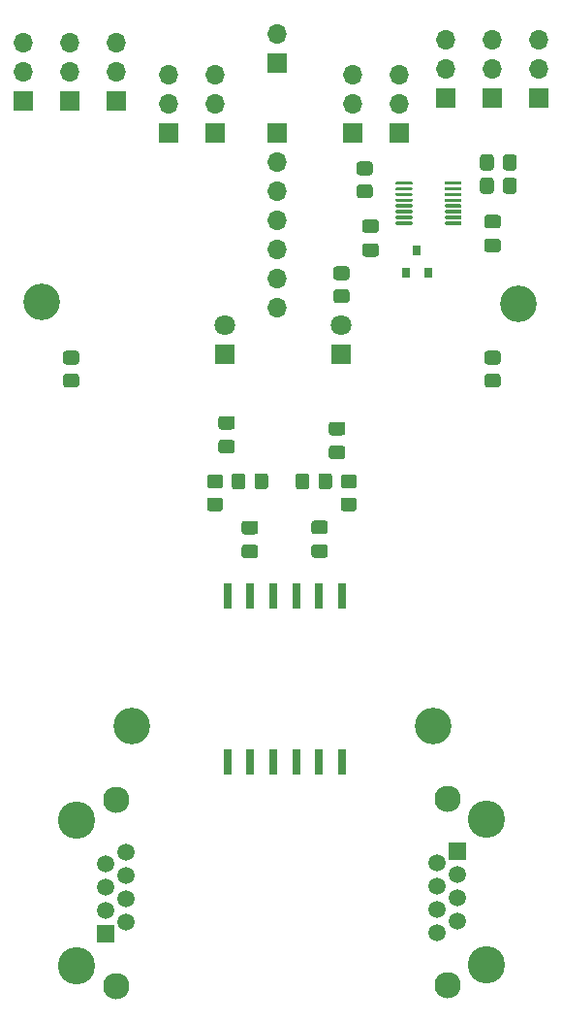
<source format=gbr>
%TF.GenerationSoftware,KiCad,Pcbnew,5.1.7-a382d34a8~87~ubuntu20.04.1*%
%TF.CreationDate,2020-11-04T11:30:01+01:00*%
%TF.ProjectId,isoSPI_Interface,69736f53-5049-45f4-996e-746572666163,rev?*%
%TF.SameCoordinates,Original*%
%TF.FileFunction,Soldermask,Top*%
%TF.FilePolarity,Negative*%
%FSLAX46Y46*%
G04 Gerber Fmt 4.6, Leading zero omitted, Abs format (unit mm)*
G04 Created by KiCad (PCBNEW 5.1.7-a382d34a8~87~ubuntu20.04.1) date 2020-11-04 11:30:01*
%MOMM*%
%LPD*%
G01*
G04 APERTURE LIST*
%ADD10C,2.300000*%
%ADD11C,3.250000*%
%ADD12C,1.500000*%
%ADD13R,1.500000X1.500000*%
%ADD14C,3.200000*%
%ADD15R,0.800000X2.200000*%
%ADD16O,1.700000X1.700000*%
%ADD17R,1.700000X1.700000*%
%ADD18C,1.800000*%
%ADD19R,1.800000X1.800000*%
%ADD20R,0.800000X0.900000*%
G04 APERTURE END LIST*
D10*
%TO.C,J102*%
X131952000Y-152402000D03*
X131952000Y-168662000D03*
D11*
X135382000Y-166882000D03*
X135382000Y-154182000D03*
D12*
X131062000Y-164084000D03*
X131062000Y-162052000D03*
X131062000Y-160020000D03*
X131062000Y-157988000D03*
X132842000Y-163068000D03*
X132842000Y-161036000D03*
X132842000Y-159004000D03*
D13*
X132842000Y-156972000D03*
%TD*%
D10*
%TO.C,J104*%
X102998000Y-168781000D03*
X102998000Y-152521000D03*
D11*
X99568000Y-154301000D03*
X99568000Y-167001000D03*
D12*
X103888000Y-157099000D03*
X103888000Y-159131000D03*
X103888000Y-161163000D03*
X103888000Y-163195000D03*
X102108000Y-158115000D03*
X102108000Y-160147000D03*
X102108000Y-162179000D03*
D13*
X102108000Y-164211000D03*
%TD*%
D14*
%TO.C,H104*%
X130683000Y-146050000D03*
%TD*%
%TO.C,H103*%
X138176000Y-109220000D03*
%TD*%
%TO.C,H102*%
X104394000Y-146050000D03*
%TD*%
%TO.C,H101*%
X96520000Y-109093000D03*
%TD*%
D15*
%TO.C,T301*%
X122729000Y-149211000D03*
X120729000Y-149211000D03*
X118729000Y-149211000D03*
X116729000Y-149211000D03*
X114729000Y-149211000D03*
X112729000Y-149211000D03*
X112729000Y-134761000D03*
X114729000Y-134761000D03*
X116729000Y-134761000D03*
X118729000Y-134761000D03*
X120729000Y-134761000D03*
X122729000Y-134761000D03*
%TD*%
%TO.C,R304*%
G36*
G01*
X112083001Y-125330000D02*
X111182999Y-125330000D01*
G75*
G02*
X110933000Y-125080001I0J249999D01*
G01*
X110933000Y-124379999D01*
G75*
G02*
X111182999Y-124130000I249999J0D01*
G01*
X112083001Y-124130000D01*
G75*
G02*
X112333000Y-124379999I0J-249999D01*
G01*
X112333000Y-125080001D01*
G75*
G02*
X112083001Y-125330000I-249999J0D01*
G01*
G37*
G36*
G01*
X112083001Y-127330000D02*
X111182999Y-127330000D01*
G75*
G02*
X110933000Y-127080001I0J249999D01*
G01*
X110933000Y-126379999D01*
G75*
G02*
X111182999Y-126130000I249999J0D01*
G01*
X112083001Y-126130000D01*
G75*
G02*
X112333000Y-126379999I0J-249999D01*
G01*
X112333000Y-127080001D01*
G75*
G02*
X112083001Y-127330000I-249999J0D01*
G01*
G37*
%TD*%
%TO.C,R303*%
G36*
G01*
X115081000Y-125164001D02*
X115081000Y-124263999D01*
G75*
G02*
X115330999Y-124014000I249999J0D01*
G01*
X116031001Y-124014000D01*
G75*
G02*
X116281000Y-124263999I0J-249999D01*
G01*
X116281000Y-125164001D01*
G75*
G02*
X116031001Y-125414000I-249999J0D01*
G01*
X115330999Y-125414000D01*
G75*
G02*
X115081000Y-125164001I0J249999D01*
G01*
G37*
G36*
G01*
X113081000Y-125164001D02*
X113081000Y-124263999D01*
G75*
G02*
X113330999Y-124014000I249999J0D01*
G01*
X114031001Y-124014000D01*
G75*
G02*
X114281000Y-124263999I0J-249999D01*
G01*
X114281000Y-125164001D01*
G75*
G02*
X114031001Y-125414000I-249999J0D01*
G01*
X113330999Y-125414000D01*
G75*
G02*
X113081000Y-125164001I0J249999D01*
G01*
G37*
%TD*%
%TO.C,R302*%
G36*
G01*
X120669000Y-125164001D02*
X120669000Y-124263999D01*
G75*
G02*
X120918999Y-124014000I249999J0D01*
G01*
X121619001Y-124014000D01*
G75*
G02*
X121869000Y-124263999I0J-249999D01*
G01*
X121869000Y-125164001D01*
G75*
G02*
X121619001Y-125414000I-249999J0D01*
G01*
X120918999Y-125414000D01*
G75*
G02*
X120669000Y-125164001I0J249999D01*
G01*
G37*
G36*
G01*
X118669000Y-125164001D02*
X118669000Y-124263999D01*
G75*
G02*
X118918999Y-124014000I249999J0D01*
G01*
X119619001Y-124014000D01*
G75*
G02*
X119869000Y-124263999I0J-249999D01*
G01*
X119869000Y-125164001D01*
G75*
G02*
X119619001Y-125414000I-249999J0D01*
G01*
X118918999Y-125414000D01*
G75*
G02*
X118669000Y-125164001I0J249999D01*
G01*
G37*
%TD*%
%TO.C,R301*%
G36*
G01*
X122866999Y-126130000D02*
X123767001Y-126130000D01*
G75*
G02*
X124017000Y-126379999I0J-249999D01*
G01*
X124017000Y-127080001D01*
G75*
G02*
X123767001Y-127330000I-249999J0D01*
G01*
X122866999Y-127330000D01*
G75*
G02*
X122617000Y-127080001I0J249999D01*
G01*
X122617000Y-126379999D01*
G75*
G02*
X122866999Y-126130000I249999J0D01*
G01*
G37*
G36*
G01*
X122866999Y-124130000D02*
X123767001Y-124130000D01*
G75*
G02*
X124017000Y-124379999I0J-249999D01*
G01*
X124017000Y-125080001D01*
G75*
G02*
X123767001Y-125330000I-249999J0D01*
G01*
X122866999Y-125330000D01*
G75*
G02*
X122617000Y-125080001I0J249999D01*
G01*
X122617000Y-124379999D01*
G75*
G02*
X122866999Y-124130000I249999J0D01*
G01*
G37*
%TD*%
%TO.C,R203*%
G36*
G01*
X136798000Y-99383001D02*
X136798000Y-98482999D01*
G75*
G02*
X137047999Y-98233000I249999J0D01*
G01*
X137748001Y-98233000D01*
G75*
G02*
X137998000Y-98482999I0J-249999D01*
G01*
X137998000Y-99383001D01*
G75*
G02*
X137748001Y-99633000I-249999J0D01*
G01*
X137047999Y-99633000D01*
G75*
G02*
X136798000Y-99383001I0J249999D01*
G01*
G37*
G36*
G01*
X134798000Y-99383001D02*
X134798000Y-98482999D01*
G75*
G02*
X135047999Y-98233000I249999J0D01*
G01*
X135748001Y-98233000D01*
G75*
G02*
X135998000Y-98482999I0J-249999D01*
G01*
X135998000Y-99383001D01*
G75*
G02*
X135748001Y-99633000I-249999J0D01*
G01*
X135047999Y-99633000D01*
G75*
G02*
X134798000Y-99383001I0J249999D01*
G01*
G37*
%TD*%
%TO.C,R202*%
G36*
G01*
X136798000Y-97351001D02*
X136798000Y-96450999D01*
G75*
G02*
X137047999Y-96201000I249999J0D01*
G01*
X137748001Y-96201000D01*
G75*
G02*
X137998000Y-96450999I0J-249999D01*
G01*
X137998000Y-97351001D01*
G75*
G02*
X137748001Y-97601000I-249999J0D01*
G01*
X137047999Y-97601000D01*
G75*
G02*
X136798000Y-97351001I0J249999D01*
G01*
G37*
G36*
G01*
X134798000Y-97351001D02*
X134798000Y-96450999D01*
G75*
G02*
X135047999Y-96201000I249999J0D01*
G01*
X135748001Y-96201000D01*
G75*
G02*
X135998000Y-96450999I0J-249999D01*
G01*
X135998000Y-97351001D01*
G75*
G02*
X135748001Y-97601000I-249999J0D01*
G01*
X135047999Y-97601000D01*
G75*
G02*
X134798000Y-97351001I0J249999D01*
G01*
G37*
%TD*%
%TO.C,R201*%
G36*
G01*
X124263999Y-98825000D02*
X125164001Y-98825000D01*
G75*
G02*
X125414000Y-99074999I0J-249999D01*
G01*
X125414000Y-99775001D01*
G75*
G02*
X125164001Y-100025000I-249999J0D01*
G01*
X124263999Y-100025000D01*
G75*
G02*
X124014000Y-99775001I0J249999D01*
G01*
X124014000Y-99074999D01*
G75*
G02*
X124263999Y-98825000I249999J0D01*
G01*
G37*
G36*
G01*
X124263999Y-96825000D02*
X125164001Y-96825000D01*
G75*
G02*
X125414000Y-97074999I0J-249999D01*
G01*
X125414000Y-97775001D01*
G75*
G02*
X125164001Y-98025000I-249999J0D01*
G01*
X124263999Y-98025000D01*
G75*
G02*
X124014000Y-97775001I0J249999D01*
G01*
X124014000Y-97074999D01*
G75*
G02*
X124263999Y-96825000I249999J0D01*
G01*
G37*
%TD*%
%TO.C,R103*%
G36*
G01*
X98609999Y-115335000D02*
X99510001Y-115335000D01*
G75*
G02*
X99760000Y-115584999I0J-249999D01*
G01*
X99760000Y-116285001D01*
G75*
G02*
X99510001Y-116535000I-249999J0D01*
G01*
X98609999Y-116535000D01*
G75*
G02*
X98360000Y-116285001I0J249999D01*
G01*
X98360000Y-115584999D01*
G75*
G02*
X98609999Y-115335000I249999J0D01*
G01*
G37*
G36*
G01*
X98609999Y-113335000D02*
X99510001Y-113335000D01*
G75*
G02*
X99760000Y-113584999I0J-249999D01*
G01*
X99760000Y-114285001D01*
G75*
G02*
X99510001Y-114535000I-249999J0D01*
G01*
X98609999Y-114535000D01*
G75*
G02*
X98360000Y-114285001I0J249999D01*
G01*
X98360000Y-113584999D01*
G75*
G02*
X98609999Y-113335000I249999J0D01*
G01*
G37*
%TD*%
%TO.C,R102*%
G36*
G01*
X123132001Y-107169000D02*
X122231999Y-107169000D01*
G75*
G02*
X121982000Y-106919001I0J249999D01*
G01*
X121982000Y-106218999D01*
G75*
G02*
X122231999Y-105969000I249999J0D01*
G01*
X123132001Y-105969000D01*
G75*
G02*
X123382000Y-106218999I0J-249999D01*
G01*
X123382000Y-106919001D01*
G75*
G02*
X123132001Y-107169000I-249999J0D01*
G01*
G37*
G36*
G01*
X123132001Y-109169000D02*
X122231999Y-109169000D01*
G75*
G02*
X121982000Y-108919001I0J249999D01*
G01*
X121982000Y-108218999D01*
G75*
G02*
X122231999Y-107969000I249999J0D01*
G01*
X123132001Y-107969000D01*
G75*
G02*
X123382000Y-108218999I0J-249999D01*
G01*
X123382000Y-108919001D01*
G75*
G02*
X123132001Y-109169000I-249999J0D01*
G01*
G37*
%TD*%
%TO.C,R101*%
G36*
G01*
X135439999Y-115335000D02*
X136340001Y-115335000D01*
G75*
G02*
X136590000Y-115584999I0J-249999D01*
G01*
X136590000Y-116285001D01*
G75*
G02*
X136340001Y-116535000I-249999J0D01*
G01*
X135439999Y-116535000D01*
G75*
G02*
X135190000Y-116285001I0J249999D01*
G01*
X135190000Y-115584999D01*
G75*
G02*
X135439999Y-115335000I249999J0D01*
G01*
G37*
G36*
G01*
X135439999Y-113335000D02*
X136340001Y-113335000D01*
G75*
G02*
X136590000Y-113584999I0J-249999D01*
G01*
X136590000Y-114285001D01*
G75*
G02*
X136340001Y-114535000I-249999J0D01*
G01*
X135439999Y-114535000D01*
G75*
G02*
X135190000Y-114285001I0J249999D01*
G01*
X135190000Y-113584999D01*
G75*
G02*
X135439999Y-113335000I249999J0D01*
G01*
G37*
%TD*%
D16*
%TO.C,J405*%
X98933000Y-86487000D03*
X98933000Y-89027000D03*
D17*
X98933000Y-91567000D03*
%TD*%
D16*
%TO.C,J404*%
X102997000Y-86487000D03*
X102997000Y-89027000D03*
D17*
X102997000Y-91567000D03*
%TD*%
D16*
%TO.C,J403*%
X94869000Y-86487000D03*
X94869000Y-89027000D03*
D17*
X94869000Y-91567000D03*
%TD*%
D16*
%TO.C,J402*%
X107569000Y-89281000D03*
X107569000Y-91821000D03*
D17*
X107569000Y-94361000D03*
%TD*%
D16*
%TO.C,J401*%
X111633000Y-89281000D03*
X111633000Y-91821000D03*
D17*
X111633000Y-94361000D03*
%TD*%
D16*
%TO.C,J205*%
X135890000Y-86233000D03*
X135890000Y-88773000D03*
D17*
X135890000Y-91313000D03*
%TD*%
D16*
%TO.C,J204*%
X131826000Y-86233000D03*
X131826000Y-88773000D03*
D17*
X131826000Y-91313000D03*
%TD*%
D16*
%TO.C,J203*%
X139954000Y-86233000D03*
X139954000Y-88773000D03*
D17*
X139954000Y-91313000D03*
%TD*%
D16*
%TO.C,J202*%
X127762000Y-89281000D03*
X127762000Y-91821000D03*
D17*
X127762000Y-94361000D03*
%TD*%
D16*
%TO.C,J201*%
X123698000Y-89281000D03*
X123698000Y-91821000D03*
D17*
X123698000Y-94361000D03*
%TD*%
D16*
%TO.C,J103*%
X117094000Y-109601000D03*
X117094000Y-107061000D03*
X117094000Y-104521000D03*
X117094000Y-101981000D03*
X117094000Y-99441000D03*
X117094000Y-96901000D03*
D17*
X117094000Y-94361000D03*
%TD*%
D16*
%TO.C,J101*%
X117094000Y-85725000D03*
D17*
X117094000Y-88265000D03*
%TD*%
%TO.C,IC201*%
G36*
G01*
X131727000Y-98782000D02*
X131727000Y-98632000D01*
G75*
G02*
X131802000Y-98557000I75000J0D01*
G01*
X133102000Y-98557000D01*
G75*
G02*
X133177000Y-98632000I0J-75000D01*
G01*
X133177000Y-98782000D01*
G75*
G02*
X133102000Y-98857000I-75000J0D01*
G01*
X131802000Y-98857000D01*
G75*
G02*
X131727000Y-98782000I0J75000D01*
G01*
G37*
G36*
G01*
X131727000Y-99282000D02*
X131727000Y-99132000D01*
G75*
G02*
X131802000Y-99057000I75000J0D01*
G01*
X133102000Y-99057000D01*
G75*
G02*
X133177000Y-99132000I0J-75000D01*
G01*
X133177000Y-99282000D01*
G75*
G02*
X133102000Y-99357000I-75000J0D01*
G01*
X131802000Y-99357000D01*
G75*
G02*
X131727000Y-99282000I0J75000D01*
G01*
G37*
G36*
G01*
X131727000Y-99782000D02*
X131727000Y-99632000D01*
G75*
G02*
X131802000Y-99557000I75000J0D01*
G01*
X133102000Y-99557000D01*
G75*
G02*
X133177000Y-99632000I0J-75000D01*
G01*
X133177000Y-99782000D01*
G75*
G02*
X133102000Y-99857000I-75000J0D01*
G01*
X131802000Y-99857000D01*
G75*
G02*
X131727000Y-99782000I0J75000D01*
G01*
G37*
G36*
G01*
X131727000Y-100282000D02*
X131727000Y-100132000D01*
G75*
G02*
X131802000Y-100057000I75000J0D01*
G01*
X133102000Y-100057000D01*
G75*
G02*
X133177000Y-100132000I0J-75000D01*
G01*
X133177000Y-100282000D01*
G75*
G02*
X133102000Y-100357000I-75000J0D01*
G01*
X131802000Y-100357000D01*
G75*
G02*
X131727000Y-100282000I0J75000D01*
G01*
G37*
G36*
G01*
X131727000Y-100782000D02*
X131727000Y-100632000D01*
G75*
G02*
X131802000Y-100557000I75000J0D01*
G01*
X133102000Y-100557000D01*
G75*
G02*
X133177000Y-100632000I0J-75000D01*
G01*
X133177000Y-100782000D01*
G75*
G02*
X133102000Y-100857000I-75000J0D01*
G01*
X131802000Y-100857000D01*
G75*
G02*
X131727000Y-100782000I0J75000D01*
G01*
G37*
G36*
G01*
X131727000Y-101282000D02*
X131727000Y-101132000D01*
G75*
G02*
X131802000Y-101057000I75000J0D01*
G01*
X133102000Y-101057000D01*
G75*
G02*
X133177000Y-101132000I0J-75000D01*
G01*
X133177000Y-101282000D01*
G75*
G02*
X133102000Y-101357000I-75000J0D01*
G01*
X131802000Y-101357000D01*
G75*
G02*
X131727000Y-101282000I0J75000D01*
G01*
G37*
G36*
G01*
X131727000Y-101782000D02*
X131727000Y-101632000D01*
G75*
G02*
X131802000Y-101557000I75000J0D01*
G01*
X133102000Y-101557000D01*
G75*
G02*
X133177000Y-101632000I0J-75000D01*
G01*
X133177000Y-101782000D01*
G75*
G02*
X133102000Y-101857000I-75000J0D01*
G01*
X131802000Y-101857000D01*
G75*
G02*
X131727000Y-101782000I0J75000D01*
G01*
G37*
G36*
G01*
X131727000Y-102282000D02*
X131727000Y-102132000D01*
G75*
G02*
X131802000Y-102057000I75000J0D01*
G01*
X133102000Y-102057000D01*
G75*
G02*
X133177000Y-102132000I0J-75000D01*
G01*
X133177000Y-102282000D01*
G75*
G02*
X133102000Y-102357000I-75000J0D01*
G01*
X131802000Y-102357000D01*
G75*
G02*
X131727000Y-102282000I0J75000D01*
G01*
G37*
G36*
G01*
X127427000Y-102282000D02*
X127427000Y-102132000D01*
G75*
G02*
X127502000Y-102057000I75000J0D01*
G01*
X128802000Y-102057000D01*
G75*
G02*
X128877000Y-102132000I0J-75000D01*
G01*
X128877000Y-102282000D01*
G75*
G02*
X128802000Y-102357000I-75000J0D01*
G01*
X127502000Y-102357000D01*
G75*
G02*
X127427000Y-102282000I0J75000D01*
G01*
G37*
G36*
G01*
X127427000Y-101782000D02*
X127427000Y-101632000D01*
G75*
G02*
X127502000Y-101557000I75000J0D01*
G01*
X128802000Y-101557000D01*
G75*
G02*
X128877000Y-101632000I0J-75000D01*
G01*
X128877000Y-101782000D01*
G75*
G02*
X128802000Y-101857000I-75000J0D01*
G01*
X127502000Y-101857000D01*
G75*
G02*
X127427000Y-101782000I0J75000D01*
G01*
G37*
G36*
G01*
X127427000Y-101282000D02*
X127427000Y-101132000D01*
G75*
G02*
X127502000Y-101057000I75000J0D01*
G01*
X128802000Y-101057000D01*
G75*
G02*
X128877000Y-101132000I0J-75000D01*
G01*
X128877000Y-101282000D01*
G75*
G02*
X128802000Y-101357000I-75000J0D01*
G01*
X127502000Y-101357000D01*
G75*
G02*
X127427000Y-101282000I0J75000D01*
G01*
G37*
G36*
G01*
X127427000Y-100782000D02*
X127427000Y-100632000D01*
G75*
G02*
X127502000Y-100557000I75000J0D01*
G01*
X128802000Y-100557000D01*
G75*
G02*
X128877000Y-100632000I0J-75000D01*
G01*
X128877000Y-100782000D01*
G75*
G02*
X128802000Y-100857000I-75000J0D01*
G01*
X127502000Y-100857000D01*
G75*
G02*
X127427000Y-100782000I0J75000D01*
G01*
G37*
G36*
G01*
X127427000Y-100282000D02*
X127427000Y-100132000D01*
G75*
G02*
X127502000Y-100057000I75000J0D01*
G01*
X128802000Y-100057000D01*
G75*
G02*
X128877000Y-100132000I0J-75000D01*
G01*
X128877000Y-100282000D01*
G75*
G02*
X128802000Y-100357000I-75000J0D01*
G01*
X127502000Y-100357000D01*
G75*
G02*
X127427000Y-100282000I0J75000D01*
G01*
G37*
G36*
G01*
X127427000Y-99782000D02*
X127427000Y-99632000D01*
G75*
G02*
X127502000Y-99557000I75000J0D01*
G01*
X128802000Y-99557000D01*
G75*
G02*
X128877000Y-99632000I0J-75000D01*
G01*
X128877000Y-99782000D01*
G75*
G02*
X128802000Y-99857000I-75000J0D01*
G01*
X127502000Y-99857000D01*
G75*
G02*
X127427000Y-99782000I0J75000D01*
G01*
G37*
G36*
G01*
X127427000Y-99282000D02*
X127427000Y-99132000D01*
G75*
G02*
X127502000Y-99057000I75000J0D01*
G01*
X128802000Y-99057000D01*
G75*
G02*
X128877000Y-99132000I0J-75000D01*
G01*
X128877000Y-99282000D01*
G75*
G02*
X128802000Y-99357000I-75000J0D01*
G01*
X127502000Y-99357000D01*
G75*
G02*
X127427000Y-99282000I0J75000D01*
G01*
G37*
G36*
G01*
X127427000Y-98782000D02*
X127427000Y-98632000D01*
G75*
G02*
X127502000Y-98557000I75000J0D01*
G01*
X128802000Y-98557000D01*
G75*
G02*
X128877000Y-98632000I0J-75000D01*
G01*
X128877000Y-98782000D01*
G75*
G02*
X128802000Y-98857000I-75000J0D01*
G01*
X127502000Y-98857000D01*
G75*
G02*
X127427000Y-98782000I0J75000D01*
G01*
G37*
%TD*%
D18*
%TO.C,D103*%
X112522000Y-111125000D03*
D19*
X112522000Y-113665000D03*
%TD*%
D20*
%TO.C,D102*%
X129286000Y-104553000D03*
X130236000Y-106553000D03*
X128336000Y-106553000D03*
%TD*%
D18*
%TO.C,D101*%
X122682000Y-111125000D03*
D19*
X122682000Y-113665000D03*
%TD*%
%TO.C,C304*%
G36*
G01*
X113124000Y-120200000D02*
X112174000Y-120200000D01*
G75*
G02*
X111924000Y-119950000I0J250000D01*
G01*
X111924000Y-119275000D01*
G75*
G02*
X112174000Y-119025000I250000J0D01*
G01*
X113124000Y-119025000D01*
G75*
G02*
X113374000Y-119275000I0J-250000D01*
G01*
X113374000Y-119950000D01*
G75*
G02*
X113124000Y-120200000I-250000J0D01*
G01*
G37*
G36*
G01*
X113124000Y-122275000D02*
X112174000Y-122275000D01*
G75*
G02*
X111924000Y-122025000I0J250000D01*
G01*
X111924000Y-121350000D01*
G75*
G02*
X112174000Y-121100000I250000J0D01*
G01*
X113124000Y-121100000D01*
G75*
G02*
X113374000Y-121350000I0J-250000D01*
G01*
X113374000Y-122025000D01*
G75*
G02*
X113124000Y-122275000I-250000J0D01*
G01*
G37*
%TD*%
%TO.C,C303*%
G36*
G01*
X115156000Y-129344000D02*
X114206000Y-129344000D01*
G75*
G02*
X113956000Y-129094000I0J250000D01*
G01*
X113956000Y-128419000D01*
G75*
G02*
X114206000Y-128169000I250000J0D01*
G01*
X115156000Y-128169000D01*
G75*
G02*
X115406000Y-128419000I0J-250000D01*
G01*
X115406000Y-129094000D01*
G75*
G02*
X115156000Y-129344000I-250000J0D01*
G01*
G37*
G36*
G01*
X115156000Y-131419000D02*
X114206000Y-131419000D01*
G75*
G02*
X113956000Y-131169000I0J250000D01*
G01*
X113956000Y-130494000D01*
G75*
G02*
X114206000Y-130244000I250000J0D01*
G01*
X115156000Y-130244000D01*
G75*
G02*
X115406000Y-130494000I0J-250000D01*
G01*
X115406000Y-131169000D01*
G75*
G02*
X115156000Y-131419000I-250000J0D01*
G01*
G37*
%TD*%
%TO.C,C302*%
G36*
G01*
X121252000Y-129322500D02*
X120302000Y-129322500D01*
G75*
G02*
X120052000Y-129072500I0J250000D01*
G01*
X120052000Y-128397500D01*
G75*
G02*
X120302000Y-128147500I250000J0D01*
G01*
X121252000Y-128147500D01*
G75*
G02*
X121502000Y-128397500I0J-250000D01*
G01*
X121502000Y-129072500D01*
G75*
G02*
X121252000Y-129322500I-250000J0D01*
G01*
G37*
G36*
G01*
X121252000Y-131397500D02*
X120302000Y-131397500D01*
G75*
G02*
X120052000Y-131147500I0J250000D01*
G01*
X120052000Y-130472500D01*
G75*
G02*
X120302000Y-130222500I250000J0D01*
G01*
X121252000Y-130222500D01*
G75*
G02*
X121502000Y-130472500I0J-250000D01*
G01*
X121502000Y-131147500D01*
G75*
G02*
X121252000Y-131397500I-250000J0D01*
G01*
G37*
%TD*%
%TO.C,C301*%
G36*
G01*
X122776000Y-120708000D02*
X121826000Y-120708000D01*
G75*
G02*
X121576000Y-120458000I0J250000D01*
G01*
X121576000Y-119783000D01*
G75*
G02*
X121826000Y-119533000I250000J0D01*
G01*
X122776000Y-119533000D01*
G75*
G02*
X123026000Y-119783000I0J-250000D01*
G01*
X123026000Y-120458000D01*
G75*
G02*
X122776000Y-120708000I-250000J0D01*
G01*
G37*
G36*
G01*
X122776000Y-122783000D02*
X121826000Y-122783000D01*
G75*
G02*
X121576000Y-122533000I0J250000D01*
G01*
X121576000Y-121858000D01*
G75*
G02*
X121826000Y-121608000I250000J0D01*
G01*
X122776000Y-121608000D01*
G75*
G02*
X123026000Y-121858000I0J-250000D01*
G01*
X123026000Y-122533000D01*
G75*
G02*
X122776000Y-122783000I-250000J0D01*
G01*
G37*
%TD*%
%TO.C,C202*%
G36*
G01*
X125697000Y-103055000D02*
X124747000Y-103055000D01*
G75*
G02*
X124497000Y-102805000I0J250000D01*
G01*
X124497000Y-102130000D01*
G75*
G02*
X124747000Y-101880000I250000J0D01*
G01*
X125697000Y-101880000D01*
G75*
G02*
X125947000Y-102130000I0J-250000D01*
G01*
X125947000Y-102805000D01*
G75*
G02*
X125697000Y-103055000I-250000J0D01*
G01*
G37*
G36*
G01*
X125697000Y-105130000D02*
X124747000Y-105130000D01*
G75*
G02*
X124497000Y-104880000I0J250000D01*
G01*
X124497000Y-104205000D01*
G75*
G02*
X124747000Y-103955000I250000J0D01*
G01*
X125697000Y-103955000D01*
G75*
G02*
X125947000Y-104205000I0J-250000D01*
G01*
X125947000Y-104880000D01*
G75*
G02*
X125697000Y-105130000I-250000J0D01*
G01*
G37*
%TD*%
%TO.C,C201*%
G36*
G01*
X136365000Y-102652500D02*
X135415000Y-102652500D01*
G75*
G02*
X135165000Y-102402500I0J250000D01*
G01*
X135165000Y-101727500D01*
G75*
G02*
X135415000Y-101477500I250000J0D01*
G01*
X136365000Y-101477500D01*
G75*
G02*
X136615000Y-101727500I0J-250000D01*
G01*
X136615000Y-102402500D01*
G75*
G02*
X136365000Y-102652500I-250000J0D01*
G01*
G37*
G36*
G01*
X136365000Y-104727500D02*
X135415000Y-104727500D01*
G75*
G02*
X135165000Y-104477500I0J250000D01*
G01*
X135165000Y-103802500D01*
G75*
G02*
X135415000Y-103552500I250000J0D01*
G01*
X136365000Y-103552500D01*
G75*
G02*
X136615000Y-103802500I0J-250000D01*
G01*
X136615000Y-104477500D01*
G75*
G02*
X136365000Y-104727500I-250000J0D01*
G01*
G37*
%TD*%
M02*

</source>
